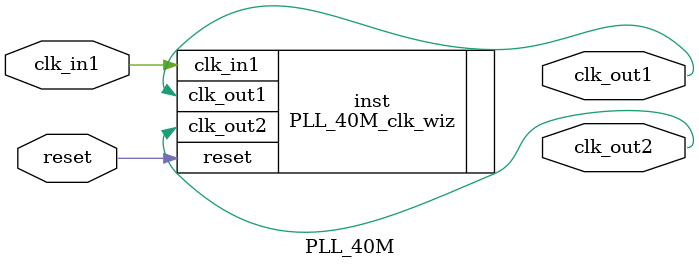
<source format=v>


`timescale 1ps/1ps

(* CORE_GENERATION_INFO = "PLL_40M,clk_wiz_v5_4_0_0,{component_name=PLL_40M,use_phase_alignment=true,use_min_o_jitter=false,use_max_i_jitter=false,use_dyn_phase_shift=false,use_inclk_switchover=false,use_dyn_reconfig=false,enable_axi=0,feedback_source=FDBK_AUTO,PRIMITIVE=PLL,num_out_clk=2,clkin1_period=12.500,clkin2_period=10.000,use_power_down=false,use_reset=true,use_locked=false,use_inclk_stopped=false,feedback_type=SINGLE,CLOCK_MGR_TYPE=NA,manual_override=false}" *)

module PLL_40M 
 (
  // Clock out ports
  output        clk_out1,
  output        clk_out2,
  // Status and control signals
  input         reset,
 // Clock in ports
  input         clk_in1
 );

  PLL_40M_clk_wiz inst
  (
  // Clock out ports  
  .clk_out1(clk_out1),
  .clk_out2(clk_out2),
  // Status and control signals               
  .reset(reset), 
 // Clock in ports
  .clk_in1(clk_in1)
  );

endmodule

</source>
